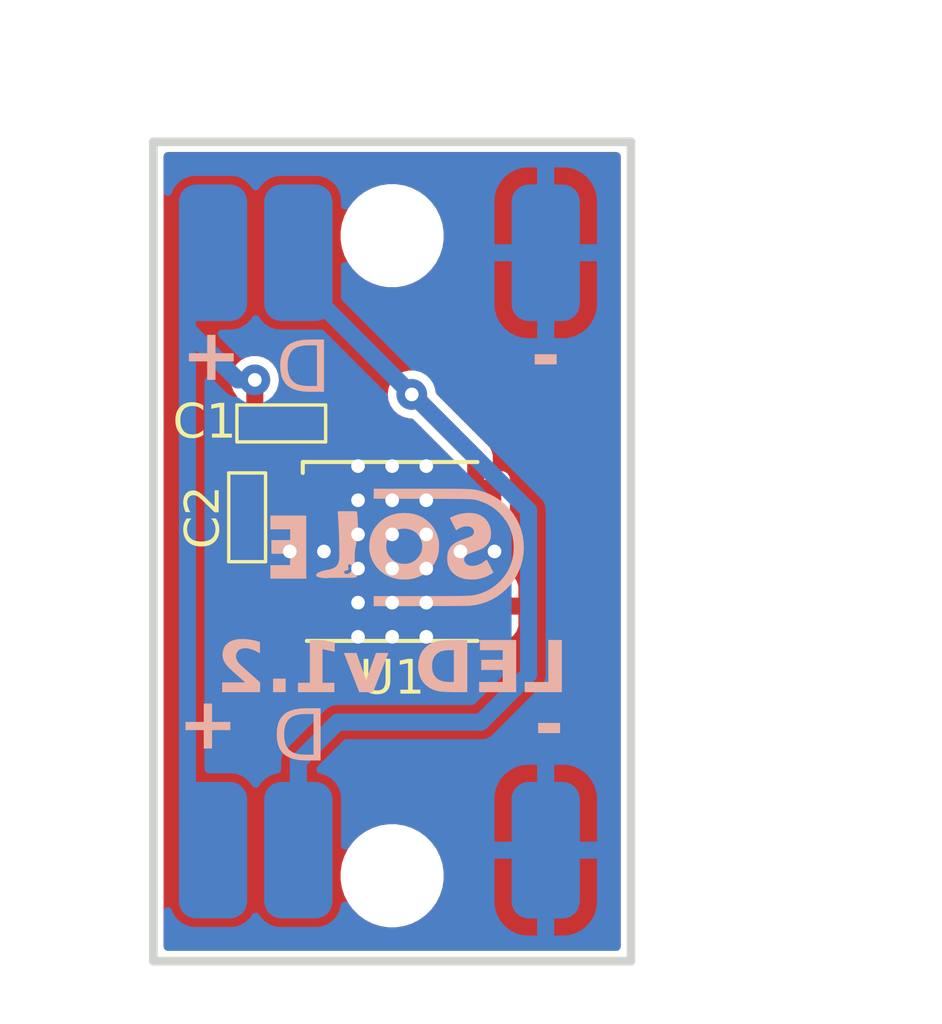
<source format=kicad_pcb>
(kicad_pcb (version 20240108) (generator "pcbnew") (generator_version "8.0")
  (layers (0 "F.Cu" signal) (31 "B.Cu" signal) (34 "B.Paste" user) (35 "F.Paste" user) (36 "B.SilkS" user "B.Silkscreen") (37 "F.SilkS" user "F.Silkscreen") (38 "B.Mask" user) (39 "F.Mask" user) (44 "Edge.Cuts" user))
  (net 0 "")
  (net 1 "GND")
  (net 2 "+5V")
  (net 3 "RGB_DIN")
  (net 4 "unconnected-(U1-DO-Pad2)")
  (footprint "LED_SMD:LED_Inolux_IN-PI554FCH_PLCC4_5.0x5.0mm_P3.2mm" (layer "F.Cu") (at 149 91)
    (property "Reference" "U1" (at 0 3.75 0) (layer "F.SilkS"))
    (property "Value" "XL-5050RGBC")
    (fp_line (start -2.62 -2.62) (end 2.5 -2.62) (stroke (width 0.12)) (layer "F.SilkS"))
    (fp_line (start -2.62 -2.3) (end -2.62 -2.62) (stroke (width 0.12)) (layer "F.SilkS"))
    (fp_line (start -2.5 2.62) (end 2.5 2.62) (stroke (width 0.12)) (layer "F.SilkS"))
    (pad "1" smd rect (at -2.45 -1.6) (size 1.5 1) (layers "F.Cu" "F.Paste" "F.Mask") (net 2 "+5V"))
    (pad "2" smd rect (at -2.45 1.6) (size 1.5 1) (layers "F.Cu" "F.Paste" "F.Mask") (net 4 "unconnected-(U1-DO-Pad2)"))
    (pad "3" smd rect (at 2.45 1.6) (size 1.5 1) (layers "F.Cu" "F.Paste" "F.Mask") (net 1 "GND"))
    (pad "4" smd rect (at 2.45 -1.6) (size 1.5 1) (layers "F.Cu" "F.Paste" "F.Mask") (net 3 "RGB_DIN"))
  )
  (footprint "Connector_Wire:SolderWirePad_1x01_SMD_1x2mm" (layer "F.Cu") (at 143.75 99.75)
    (property "Reference" "J2" (hide yes))
    (property "Value" "Conn_01x01_Pin")
    (pad "1" smd roundrect (at 0 0) (size 2 4) (layers "B.Cu" "B.Paste" "B.Mask") (net 2 "+5V"))
  )
  (footprint "Connector_Wire:SolderWirePad_1x01_SMD_1x2mm" (layer "F.Cu") (at 153.5 99.75)
    (property "Reference" "J6" (hide yes))
    (property "Value" "Conn_01x01_Pin")
    (pad "1" smd roundrect (at 0 0) (size 2 4) (layers "B.Cu" "B.Paste" "B.Mask") (net 1 "GND"))
  )
  (footprint "Capacitors:C603" (layer "F.Cu") (at 145.75 87.25)
    (property "Reference" "C1" (at -2.25 0 0) (layer "F.SilkS") (effects (font (thickness 0.1))))
    (property "Value" "10u 25V")
    (fp_line (start -1.3 -0.54) (end 1.3 -0.54) (stroke (width 0.1)) (layer "F.SilkS"))
    (fp_line (start -1.3 0.54) (end -1.3 -0.54) (stroke (width 0.1)) (layer "F.SilkS"))
    (fp_line (start 1.3 -0.54) (end 1.3 0.54) (stroke (width 0.1)) (layer "F.SilkS"))
    (fp_line (start 1.3 0.54) (end -1.3 0.54) (stroke (width 0.1)) (layer "F.SilkS"))
    (pad "1" smd roundrect (at -0.775 0) (size 0.9 0.95) (layers "F.Cu" "F.Paste" "F.Mask") (net 2 "+5V"))
    (pad "2" smd roundrect (at 0.775 0) (size 0.9 0.95) (layers "F.Cu" "F.Paste" "F.Mask") (net 1 "GND"))
  )
  (footprint "Capacitors:C603" (layer "F.Cu") (at 144.75 90 -90)
    (property "Reference" "C2" (at 0 1.25 90) (layer "F.SilkS") (effects (font (thickness 0.1))))
    (property "Value" "100n 50V")
    (fp_line (start -1.3 0.54) (end -1.3 -0.54) (stroke (width 0.1)) (layer "F.SilkS"))
    (fp_line (start 1.3 0.54) (end -1.3 0.54) (stroke (width 0.1)) (layer "F.SilkS"))
    (fp_line (start -1.3 -0.54) (end 1.3 -0.54) (stroke (width 0.1)) (layer "F.SilkS"))
    (fp_line (start 1.3 -0.54) (end 1.3 0.54) (stroke (width 0.1)) (layer "F.SilkS"))
    (pad "1" smd roundrect (at -0.775 0 270) (size 0.9 0.95) (layers "F.Cu" "F.Paste" "F.Mask") (net 2 "+5V"))
    (pad "2" smd roundrect (at 0.775 0 270) (size 0.9 0.95) (layers "F.Cu" "F.Paste" "F.Mask") (net 1 "GND"))
  )
  (footprint "Connector_Wire:SolderWirePad_1x01_SMD_1x2mm" (layer "F.Cu") (at 143.75 82.25)
    (property "Reference" "J1" (hide yes))
    (property "Value" "Conn_01x01_Pin")
    (pad "1" smd roundrect (at 0 0) (size 2 4) (layers "B.Cu" "B.Paste" "B.Mask") (net 2 "+5V"))
  )
  (footprint "MountingHole:MountingHole_2.5mm" (layer "F.Cu") (at 149 81.75)
    (property "Reference" "H1" (hide yes))
    (property "Value" "MountingHole")
    (pad "" np_thru_hole circle (at 0 0) (size 2.5 2.5) (drill 2.5) (layers "*.Cu" "*.Mask"))
  )
  (footprint "Connector_Wire:SolderWirePad_1x01_SMD_1x2mm" (layer "F.Cu") (at 146.25 82.25)
    (property "Reference" "J3" (hide yes))
    (property "Value" "Conn_01x01_Pin")
    (pad "1" smd roundrect (at 0 0) (size 2 4) (layers "B.Cu" "B.Paste" "B.Mask") (net 3 "RGB_DIN"))
  )
  (footprint "Connector_Wire:SolderWirePad_1x01_SMD_1x2mm" (layer "F.Cu") (at 146.25 99.75)
    (property "Reference" "J4" (hide yes))
    (property "Value" "Conn_01x01_Pin")
    (pad "1" smd roundrect (at 0 0) (size 2 4) (layers "B.Cu" "B.Paste" "B.Mask") (net 3 "RGB_DIN"))
  )
  (footprint "MountingHole:MountingHole_2.5mm" (layer "F.Cu") (at 149 100.5)
    (property "Reference" "H2" (hide yes))
    (property "Value" "MountingHole")
    (pad "" np_thru_hole circle (at 0 0) (size 2.5 2.5) (drill 2.5) (layers "*.Cu" "*.Mask"))
  )
  (footprint "Connector_Wire:SolderWirePad_1x01_SMD_1x2mm" (layer "F.Cu") (at 153.5 82.25)
    (property "Reference" "J5" (hide yes))
    (property "Value" "Conn_01x01_Pin")
    (pad "1" smd roundrect (at 0 0) (size 2 4) (layers "B.Cu" "B.Paste" "B.Mask") (net 1 "GND"))
  )
  (footprint "LOGO" (layer "B.Cu") (at 149 91 180)
    (property "Reference" "G***" (hide yes))
    (property "Value" "LOGO" (hide yes))
    (fp_poly (pts (xy 3.56957 0.8506) (xy 3.56957 0.649012) (xy 3.279481 0.649012) (xy 2.989392 0.649012) (xy 2.989392 0.491676) (xy 2.989392 0.334339) (xy 3.264731 0.334339) (xy 3.54007 0.334339) (xy 3.54007 0.132752) (xy 3.54007 -0.068835) (xy 3.264493 -0.068835) (xy 2.988917 -0.068835) (xy 2.991613 -0.233547) (xy 2.994309 -0.398258) (xy 3.28194 -0.400865) (xy 3.56957 -0.403472) (xy 3.56957 -0.599994) (xy 3.56957 -0.796516) (xy 3.043477 -0.796516) (xy 2.517383 -0.796516) (xy 2.517383 0.127835) (xy 2.517383 1.052187) (xy 3.043477 1.052187) (xy 3.56957 1.052187)) (fill solid) (layer "B.SilkS"))
    (fp_poly (pts (xy -0.309756 1.127347) (xy -0.223761 1.122333) (xy -0.150732 1.113944) (xy -0.084082 1.100921) (xy -0.017224 1.082001) (xy 0.04934 1.0586) (xy 0.164552 1.007277) (xy 0.267977 0.943414) (xy 0.364531 0.863855) (xy 0.388552 0.840766) (xy 0.480186 0.737944) (xy 0.55355 0.628443) (xy 0.608956 0.511505) (xy 0.646717 0.386377) (xy 0.667147 0.252301) (xy 0.671292 0.157336) (xy 0.669745 0.076011) (xy 0.663686 0.006515) (xy 0.652028 -0.058691) (xy 0.633683 -0.127144) (xy 0.627333 -0.147503) (xy 0.577416 -0.272851) (xy 0.511906 -0.387311) (xy 0.432057 -0.490146) (xy 0.339122 -0.580618) (xy 0.234356 -0.657988) (xy 0.119011 -0.721517) (xy -0.005658 -0.770468) (xy -0.138398 -0.804101) (xy -0.277955 -0.821679) (xy -0.423076 -0.822463) (xy -0.506426 -0.815277) (xy -0.642908 -0.789633) (xy -0.772584 -0.746593) (xy -0.893913 -0.687257) (xy -1.005352 -0.612729) (xy -1.105358 -0.524111) (xy -1.192388 -0.422504) (xy -1.2649 -0.309012) (xy -1.292783 -0.253489) (xy -1.32385 -0.179018) (xy -1.346299 -0.106669) (xy -1.361408 -0.030569) (xy -1.370456 0.055153) (xy -1.373665 0.118002) (xy -1.375316 0.181848) (xy -1.375207 0.195893) (xy -0.879739 0.195893) (xy -0.879013 0.108513) (xy -0.863465 0.023783) (xy -0.834209 -0.056673) (xy -0.792363 -0.131234) (xy -0.739042 -0.198276) (xy -0.675363 -0.256176) (xy -0.602443 -0.30331) (xy -0.521396 -0.338057) (xy -0.43334 -0.358792) (xy -0.339391 -0.363894) (xy -0.240664 -0.351738) (xy -0.227185 -0.348722) (xy -0.13295 -0.317399) (xy -0.050099 -0.271806) (xy 0.020778 -0.213991) (xy 0.079087 -0.145997) (xy 0.124236 -0.06987) (xy 0.155633 0.012346) (xy 0.172685 0.098606) (xy 0.1748 0.186863) (xy 0.161386 0.275075) (xy 0.131849 0.361195) (xy 0.085599 0.443179) (xy 0.023698 0.517326) (xy -0.05325 0.581125) (xy -0.139503 0.627666) (xy -0.23461 0.656769) (xy -0.338121 0.668254) (xy -0.354007 0.668446) (xy -0.457686 0.65959) (xy -0.553636 0.633472) (xy -0.640483 0.590767) (xy -0.716857 0.532154) (xy -0.781383 0.458306) (xy -0.781814 0.457704) (xy -0.832255 0.372112) (xy -0.864525 0.284301) (xy -0.879739 0.195893) (xy -1.375207 0.195893) (xy -1.374926 0.232102) (xy -1.372121 0.274766) (xy -1.366529 0.315844) (xy -1.358894 0.355994) (xy -1.322545 0.484862) (xy -1.268924 0.607072) (xy -1.199448 0.720364) (xy -1.115535 0.822477) (xy -1.018603 0.911153) (xy -1.003308 0.922944) (xy -0.887554 0.999043) (xy -0.765487 1.057337) (xy -0.636087 1.098127) (xy -0.498333 1.121715) (xy -0.351203 1.1284)) (fill solid) (layer "B.SilkS"))
    (fp_poly (pts (xy -2.191458 1.127516) (xy -2.080532 1.115352) (xy -1.969629 1.092906) (xy -1.958873 1.090145) (xy -1.919093 1.078476) (xy -1.873821 1.063213) (xy -1.826743 1.045852) (xy -1.781545 1.02789) (xy -1.741915 1.010823) (xy -1.711539 0.996145) (xy -1.694104 0.985353) (xy -1.691366 0.981606) (xy -1.69561 0.971467) (xy -1.707247 0.947092) (xy -1.72464 0.911718) (xy -1.746149 0.86858) (xy -1.770137 0.820914) (xy -1.794965 0.771954) (xy -1.818993 0.724936) (xy -1.840585 0.683095) (xy -1.8581 0.649668) (xy -1.8699 0.627888) (xy -1.873769 0.621457) (xy -1.882403 0.624941) (xy -1.903249 0.636864) (xy -1.932122 0.654808) (xy -1.937828 0.658478) (xy -2.005999 0.695547) (xy -2.075326 0.72061) (xy -2.143481 0.734002) (xy -2.208132 0.736061) (xy -2.26695 0.727121) (xy -2.317605 0.70752) (xy -2.357766 0.677595) (xy -2.385104 0.63768) (xy -2.396948 0.592196) (xy -2.396991 0.552545) (xy -2.387769 0.51832) (xy -2.367601 0.488123) (xy -2.334806 0.460559) (xy -2.287702 0.43423) (xy -2.22461 0.407741) (xy -2.143848 0.379695) (xy -2.139388 0.37825) (xy -2.022878 0.337217) (xy -1.924413 0.294773) (xy -1.84237 0.249704) (xy -1.775129 0.200795) (xy -1.721067 0.146833) (xy -1.678563 0.086603) (xy -1.645995 0.018891) (xy -1.640737 0.004916) (xy -1.627336 -0.046572) (xy -1.618305 -0.111021) (xy -1.613883 -0.182161) (xy -1.614313 -0.253726) (xy -1.619834 -0.319447) (xy -1.626781 -0.358289) (xy -1.659918 -0.458799) (xy -1.709414 -0.548639) (xy -1.774608 -0.626996) (xy -1.854842 -0.693061) (xy -1.937205 -0.740308) (xy -1.986292 -0.761844) (xy -2.038857 -0.78176) (xy -2.086436 -0.796955) (xy -2.104375 -0.80152) (xy -2.154879 -0.81005) (xy -2.217498 -0.816515) (xy -2.286052 -0.820665) (xy -2.35436 -0.822252) (xy -2.416242 -0.82103) (xy -2.465517 -0.816749) (xy -2.469376 -0.816165) (xy -2.596663 -0.790175) (xy -2.712018 -0.754149) (xy -2.742189 -0.742368) (xy -2.784521 -0.72379) (xy -2.829926 -0.701705) (xy -2.874422 -0.678308) (xy -2.914029 -0.655797) (xy -2.944766 -0.636367) (xy -2.962653 -0.622216) (xy -2.964797 -0.619531) (xy -2.962102 -0.608419) (xy -2.951245 -0.582707) (xy -2.933495 -0.545055) (xy -2.910122 -0.498122) (xy -2.882394 -0.444567) (xy -2.871376 -0.423775) (xy -2.772073 -0.237536) (xy -2.706187 -0.287579) (xy -2.619019 -0.344897) (xy -2.529643 -0.386886) (xy -2.4404 -0.412937) (xy -2.353631 -0.422437) (xy -2.271674 -0.414776) (xy -2.244922 -0.408036) (xy -2.194278 -0.384192) (xy -2.153432 -0.347716) (xy -2.124847 -0.302441) (xy -2.11099 -0.2522) (xy -2.113606 -0.203824) (xy -2.122581 -0.173364) (xy -2.135827 -0.147277) (xy -2.155502 -0.124129) (xy -2.18376 -0.102488) (xy -2.22276 -0.080921) (xy -2.274656 -0.057995) (xy -2.341606 -0.032276) (xy -2.406902 -0.008921) (xy -2.490513 0.021095) (xy -2.558193 0.047218) (xy -2.61292 0.070951) (xy -2.657676 0.093798) (xy -2.695441 0.117261) (xy -2.729196 0.142843) (xy -2.757462 0.167846) (xy -2.817965 0.237038) (xy -2.861696 0.315892) (xy -2.888776 0.404763) (xy -2.899328 0.50401) (xy -2.897282 0.575572) (xy -2.87994 0.686344) (xy -2.845969 0.787205) (xy -2.796102 0.877224) (xy -2.731073 0.955468) (xy -2.651615 1.021008) (xy -2.558462 1.072912) (xy -2.482965 1.101429) (xy -2.396816 1.120644) (xy -2.298267 1.12931)) (fill solid) (layer "B.SilkS"))
    (fp_poly (pts (xy 0.540844 1.691652) (xy 0.540844 1.544435) (xy -0.877642 1.541491) (xy -1.077738 1.541091) (xy -1.259201 1.540735) (xy -1.423066 1.540376) (xy -1.570366 1.539973) (xy -1.702137 1.53948) (xy -1.819411 1.538854) (xy -1.923223 1.538051) (xy -2.014608 1.537026) (xy -2.0946 1.535736) (xy -2.164232 1.534138) (xy -2.224539 1.532186) (xy -2.276555 1.529837) (xy -2.321315 1.527046) (xy -2.359852 1.523771) (xy -2.3932 1.519967) (xy -2.422395 1.51559) (xy -2.448469 1.510596) (xy -2.472458 1.504941) (xy -2.495395 1.498581) (xy -2.518314 1.491473) (xy -2.54225 1.483571) (xy -2.568237 1.474833) (xy -2.586217 1.468849) (xy -2.725376 1.415999) (xy -2.851399 1.352801) (xy -2.968433 1.276688) (xy -3.080623 1.185094) (xy -3.147342 1.121635) (xy -3.261228 0.995098) (xy -3.356773 0.86151) (xy -3.434072 0.720638) (xy -3.493222 0.572249) (xy -3.534321 0.416109) (xy -3.557464 0.251985) (xy -3.563113 0.118002) (xy -3.554133 -0.051016) (xy -3.526733 -0.213588) (xy -3.481013 -0.369342) (xy -3.417075 -0.517905) (xy -3.363264 -0.614596) (xy -3.269204 -0.75019) (xy -3.160787 -0.873551) (xy -3.039589 -0.983563) (xy -2.907189 -1.079109) (xy -2.765162 -1.159073) (xy -2.615085 -1.222337) (xy -2.458536 -1.267786) (xy -2.432977 -1.273333) (xy -2.409114 -1.277941) (xy -2.383522 -1.282118) (xy -2.355182 -1.285885) (xy -2.323076 -1.289262) (xy -2.286187 -1.292272) (xy -2.243498 -1.294934) (xy -2.193989 -1.29727) (xy -2.136644 -1.299301) (xy -2.070444 -1.301048) (xy -1.994372 -1.302532) (xy -1.907409 -1.303775) (xy -1.808538 -1.304796) (xy -1.696741 -1.305618) (xy -1.571001 -1.306261) (xy -1.430299 -1.306746) (xy -1.273617 -1.307094) (xy -1.099938 -1.307327) (xy -0.908243 -1.307465) (xy -0.779307 -1.307512) (xy 0.540844 -1.30786) (xy 0.540844 -1.455362) (xy 0.540844 -1.602865) (xy -0.798974 -1.601405) (xy -0.962143 -1.601171) (xy -1.121422 -1.600834) (xy -1.275541 -1.600402) (xy -1.423231 -1.599882) (xy -1.563222 -1.599283) (xy -1.694243 -1.598613) (xy -1.815025 -1.59788) (xy -1.924297 -1.597091) (xy -2.02079 -1.596255) (xy -2.103233 -1.59538) (xy -2.170357 -1.594474) (xy -2.220892 -1.593544) (xy -2.253567 -1.592599) (xy -2.261711 -1.592196) (xy -2.438763 -1.571399) (xy -2.610997 -1.532208) (xy -2.777193 -1.475568) (xy -2.936129 -1.402419) (xy -3.086584 -1.313706) (xy -3.227338 -1.210371) (xy -3.357168 -1.093356) (xy -3.474855 -0.963605) (xy -3.579175 -0.822058) (xy -3.66891 -0.669661) (xy -3.742837 -0.507354) (xy -3.772401 -0.426046) (xy -3.821325 -0.249307) (xy -3.850997 -0.069788) (xy -3.861406 0.111228) (xy -3.852543 0.292458) (xy -3.824397 0.472619) (xy -3.780563 0.639179) (xy -3.716992 0.808083) (xy -3.63668 0.967708) (xy -3.540718 1.117069) (xy -3.430196 1.25518) (xy -3.306206 1.381056) (xy -3.16984 1.49371) (xy -3.022188 1.592157) (xy -2.864342 1.675411) (xy -2.697393 1.742486) (xy -2.522433 1.792398) (xy -2.497716 1.797884) (xy -2.47116 1.80341) (xy -2.444853 1.808416) (xy -2.417748 1.812928) (xy -2.388797 1.816972) (xy -2.356951 1.820573) (xy -2.321162 1.823757) (xy -2.280382 1.826549) (xy -2.233564 1.828975) (xy -2.179658 1.831061) (xy -2.117618 1.832832) (xy -2.046394 1.834313) (xy -1.964938 1.83553) (xy -1.872204 1.836509) (xy -1.767142 1.837275) (xy -1.648704 1.837854) (xy -1.515842 1.838271) (xy -1.367509 1.838552) (xy -1.202655 1.838723) (xy -1.020234 1.838809) (xy -0.819196 1.838835) (xy -0.818641 1.838835) (xy 0.540844 1.838869)) (fill solid) (layer "B.SilkS"))
    (fp_poly (pts (xy 1.405459 1.179957) (xy 1.469468 1.179673) (xy 1.517947 1.179041) (xy 1.552965 1.177933) (xy 1.57659 1.176218) (xy 1.590892 1.173769) (xy 1.597939 1.170455) (xy 1.599799 1.166147) (xy 1.599225 1.162814) (xy 1.595388 1.140727) (xy 1.591219 1.101119) (xy 1.58681 1.046131) (xy 1.582253 0.977906) (xy 1.577642 0.898584) (xy 1.573068 0.810307) (xy 1.568625 0.715218) (xy 1.564404 0.615457) (xy 1.560498 0.513165) (xy 1.557 0.410486) (xy 1.554002 0.309559) (xy 1.551597 0.212526) (xy 1.549877 0.12153) (xy 1.548934 0.038712) (xy 1.548781 -0.004917) (xy 1.548897 -0.080316) (xy 1.549401 -0.139178) (xy 1.550525 -0.184634) (xy 1.552502 -0.219812) (xy 1.555565 -0.247843) (xy 1.559947 -0.271857) (xy 1.56588 -0.294983) (xy 1.571814 -0.314673) (xy 1.593791 -0.369916) (xy 1.623387 -0.415746) (xy 1.662675 -0.453488) (xy 1.71373 -0.484469) (xy 1.778625 -0.510012) (xy 1.859434 -0.531443) (xy 1.933905 -0.545993) (xy 2.021444 -0.56425) (xy 2.095145 -0.585929) (xy 2.153904 -0.61044) (xy 2.196615 -0.637191) (xy 2.222172 -0.665594) (xy 2.229471 -0.695056) (xy 2.228154 -0.703173) (xy 2.213302 -0.726892) (xy 2.181328 -0.746304) (xy 2.13156 -0.761666) (xy 2.063322 -0.773236) (xy 2.036926 -0.776235) (xy 1.980276 -0.781824) (xy 1.940054 -0.785105) (xy 1.913165 -0.786142) (xy 1.896512 -0.784996) (xy 1.886999 -0.78173) (xy 1.88394 -0.779307) (xy 1.872808 -0.777702) (xy 1.844133 -0.776218) (xy 1.800041 -0.774892) (xy 1.742655 -0.773764) (xy 1.6741 -0.772873) (xy 1.596499 -0.772258) (xy 1.511979 -0.771956) (xy 1.479852 -0.771932) (xy 1.381057 -0.771904) (xy 1.300013 -0.771757) (xy 1.234803 -0.771399) (xy 1.183513 -0.770736) (xy 1.144225 -0.769675) (xy 1.115024 -0.768125) (xy 1.093993 -0.765991) (xy 1.079217 -0.763181) (xy 1.068778 -0.759601) (xy 1.060762 -0.75516) (xy 1.055372 -0.751344) (xy 1.030601 -0.727417) (xy 1.014984 -0.697722) (xy 1.008525 -0.660114) (xy 1.011223 -0.612443) (xy 1.023081 -0.552564) (xy 1.036432 -0.505413) (xy 1.175382 -0.505413) (xy 1.188683 -0.555944) (xy 1.217471 -0.60171) (xy 1.259834 -0.638446) (xy 1.262736 -0.640252) (xy 1.295217 -0.65328) (xy 1.332184 -0.658346) (xy 1.366306 -0.65527) (xy 1.390251 -0.643873) (xy 1.390742 -0.643394) (xy 1.403838 -0.619268) (xy 1.404405 -0.591658) (xy 1.394394 -0.572312) (xy 1.37661 -0.563823) (xy 1.352331 -0.560511) (xy 1.322259 -0.555203) (xy 1.299295 -0.54456) (xy 1.283907 -0.529399) (xy 1.279825 -0.509034) (xy 1.281241 -0.492934) (xy 1.286408 -0.462513) (xy 1.292526 -0.437222) (xy 1.292902 -0.436043) (xy 1.29124 -0.413748) (xy 1.27714 -0.391347) (xy 1.256353 -0.37622) (xy 1.244324 -0.373674) (xy 1.223829 -0.382374) (xy 1.202864 -0.405034) (xy 1.185573 -0.436496) (xy 1.179475 -0.454378) (xy 1.175382 -0.505413) (xy 1.036432 -0.505413) (xy 1.044101 -0.478328) (xy 1.055609 -0.442509) (xy 1.09616 -0.31959) (xy 1.095565 -0.15242) (xy 1.094872 -0.084088) (xy 1.09292 -0.028923) (xy 1.089077 0.019565) (xy 1.082711 0.067865) (xy 1.073191 0.122468) (xy 1.064461 0.16717) (xy 1.04763 0.253266) (xy 1.03419 0.327198) (xy 1.02297 0.395935) (xy 1.0128 0.466442) (xy 1.007643 0.505296) (xy 1.003852 0.54848) (xy 1.001721 0.604012) (xy 1.001109 0.668876) (xy 1.001879 0.740052) (xy 1.00389 0.814522) (xy 1.007004 0.889266) (xy 1.011082 0.961268) (xy 1.015984 1.027507) (xy 1.021572 1.084965) (xy 1.027706 1.130624) (xy 1.034247 1.161464) (xy 1.038351 1.171668) (xy 1.04914 1.173817) (xy 1.077068 1.175761) (xy 1.11961 1.177427) (xy 1.174239 1.17874) (xy 1.238428 1.179626) (xy 1.309652 1.180012) (xy 1.323853 1.180023)) (fill solid) (layer "B.SilkS"))
  )
  (gr_line (start 142 103) (end 142 79) (stroke (width 0.254)) (layer "Edge.Cuts"))
  (gr_line (start 156 103) (end 142 103) (stroke (width 0.254)) (layer "Edge.Cuts"))
  (gr_line (start 156 79) (end 156 103) (stroke (width 0.254)) (layer "Edge.Cuts"))
  (gr_line (start 142 79) (end 156 79) (stroke (width 0.254)) (layer "Edge.Cuts"))
  (gr_text "D" (at 146.3 96.5 -0) (layer "B.SilkS") (effects (font (size 1.5 1.5) (thickness 0.1875)) (justify mirror)))
  (gr_text "-" (at 153.6 96.15 -0) (layer "B.SilkS") (effects (font (size 1.5 1.5) (thickness 0.3) (bold yes)) (justify mirror)))
  (gr_text "LED v1.2" (at 149 94.5 -0) (layer "B.SilkS") (effects (font (size 1.5 1.5) (thickness 0.3) (bold yes)) (justify mirror)))
  (gr_text "+" (at 143.7 85.35 -0) (layer "B.SilkS") (effects (font (size 1.5 1.5) (thickness 0.3) (bold yes)) (justify mirror)))
  (gr_text "D" (at 146.4 85.7 -0) (layer "B.SilkS") (effects (font (size 1.5 1.5) (thickness 0.1875)) (justify mirror)))
  (gr_text "-" (at 153.5 85.35 -0) (layer "B.SilkS") (effects (font (size 1.5 1.5) (thickness 0.3) (bold yes)) (justify mirror)))
  (gr_text "+" (at 143.6 96.15 -0) (layer "B.SilkS") (effects (font (size 1.5 1.5) (thickness 0.3) (bold yes)) (justify mirror)))
  (via (at 150 93.5) (size 0.9) (drill 0.4) (layers "F.Cu" "B.Cu") (net 1))
  (via (at 150 90.5) (size 0.9) (drill 0.4) (layers "F.Cu" "B.Cu") (net 1))
  (via (at 150 89.5) (size 0.9) (drill 0.4) (layers "F.Cu" "B.Cu") (net 1))
  (via (at 149 88.5) (size 0.9) (drill 0.4) (layers "F.Cu" "B.Cu") (net 1))
  (via (at 149 92.5) (size 0.9) (drill 0.4) (layers "F.Cu" "B.Cu") (net 1))
  (via (at 146 91) (size 0.9) (drill 0.4) (layers "F.Cu" "B.Cu") (net 1))
  (via (at 149 93.5) (size 0.9) (drill 0.4) (layers "F.Cu" "B.Cu") (net 1))
  (via (at 150 92.5) (size 0.9) (drill 0.4) (layers "F.Cu" "B.Cu") (net 1))
  (via (at 148 89.5) (size 0.9) (drill 0.4) (layers "F.Cu" "B.Cu") (net 1))
  (via (at 151 91) (size 0.9) (drill 0.4) (layers "F.Cu" "B.Cu") (net 1))
  (via (at 149 90.5) (size 0.9) (drill 0.4) (layers "F.Cu" "B.Cu") (net 1))
  (via (at 150 88.5) (size 0.9) (drill 0.4) (layers "F.Cu" "B.Cu") (net 1))
  (via (at 149 89.5) (size 0.9) (drill 0.4) (layers "F.Cu" "B.Cu") (net 1))
  (via (at 150 91.5) (size 0.9) (drill 0.4) (layers "F.Cu" "B.Cu") (net 1))
  (via (at 147 91) (size 0.9) (drill 0.4) (layers "F.Cu" "B.Cu") (net 1))
  (via (at 148 92.5) (size 0.9) (drill 0.4) (layers "F.Cu" "B.Cu") (net 1))
  (via (at 148 93.5) (size 0.9) (drill 0.4) (layers "F.Cu" "B.Cu") (net 1))
  (via (at 148 91.5) (size 0.9) (drill 0.4) (layers "F.Cu" "B.Cu") (net 1))
  (via (at 149 91.5) (size 0.9) (drill 0.4) (layers "F.Cu" "B.Cu") (net 1))
  (via (at 152 91) (size 0.9) (drill 0.4) (layers "F.Cu" "B.Cu") (net 1))
  (via (at 148 88.5) (size 0.9) (drill 0.4) (layers "F.Cu" "B.Cu") (net 1))
  (via (at 148 90.5) (size 0.9) (drill 0.4) (layers "F.Cu" "B.Cu") (net 1))
  (segment (start 144.975 85.975) (end 144.975 87.25) (width 0.5) (layer "F.Cu") (net 2))
  (segment (start 144.975 87.25) (end 144.975 89) (width 0.5) (layer "F.Cu") (net 2))
  (segment (start 146.55 89.4) (end 144.825 89.4) (width 0.5) (layer "F.Cu") (net 2))
  (segment (start 144.825 89.4) (end 144.75 89.475) (width 0.5) (layer "F.Cu") (net 2))
  (segment (start 144.975 89) (end 144.75 89.225) (width 0.5) (layer "F.Cu") (net 2))
  (via (at 144.975 85.975) (size 0.9) (drill 0.4) (layers "F.Cu" "B.Cu") (net 2))
  (segment (start 143 99) (end 143 83) (width 0.5) (layer "B.Cu") (net 2))
  (segment (start 144.975 85.975) (end 144.475 85.975) (width 0.5) (layer "B.Cu") (net 2))
  (segment (start 144.475 85.975) (end 143 84.5) (width 0.5) (layer "B.Cu") (net 2))
  (segment (start 143 84.5) (end 143 83) (width 0.5) (layer "B.Cu") (net 2))
  (segment (start 143 83) (end 143.75 82.25) (width 0.5) (layer "B.Cu") (net 2))
  (segment (start 143.75 99.75) (end 143 99) (width 0.5) (layer "B.Cu") (net 2))
  (segment (start 151.45 88.25) (end 151.45 89.4) (width 0.5) (layer "F.Cu") (net 3))
  (segment (start 149.6 86.4) (end 151.45 88.25) (width 0.5) (layer "F.Cu") (net 3))
  (segment (start 149.575 86.4) (end 149.6 86.4) (width 0.5) (layer "F.Cu") (net 3))
  (via (at 149.575 86.4) (size 0.9) (drill 0.4) (layers "F.Cu" "B.Cu") (net 3))
  (segment (start 153 89.8) (end 153 94.6) (width 0.5) (layer "B.Cu") (net 3))
  (segment (start 149.575 86.4) (end 149.6 86.4) (width 0.5) (layer "B.Cu") (net 3))
  (segment (start 151.6 96) (end 147.4 96) (width 0.5) (layer "B.Cu") (net 3))
  (segment (start 153 94.6) (end 151.6 96) (width 0.5) (layer "B.Cu") (net 3))
  (segment (start 149.6 86.4) (end 153 89.8) (width 0.5) (layer "B.Cu") (net 3))
  (segment (start 146.25 97.15) (end 146.25 99.75) (width 0.5) (layer "B.Cu") (net 3))
  (segment (start 146.25 83.075) (end 146.25 82.25) (width 0.5) (layer "B.Cu") (net 3))
  (segment (start 149.575 86.4) (end 146.25 83.075) (width 0.5) (layer "B.Cu") (net 3))
  (segment (start 147.4 96) (end 146.25 97.15) (width 0.5) (layer "B.Cu") (net 3))
  (segment (start 146.25 92.9) (end 146.55 92.6) (width 0.5) (layer "F.Cu") (net 4))
  (zone (net 1) (net_name "GND") (layers "F&B.Cu") (connect_pads (clearance 0.25)) (min_thickness 0.25) (fill yes (thermal_gap 0.5) (thermal_bridge_width 0.5))
    (polygon (pts (xy 142 79) (xy 156 79) (xy 156 103) (xy 142 103)))
  )
)
</source>
